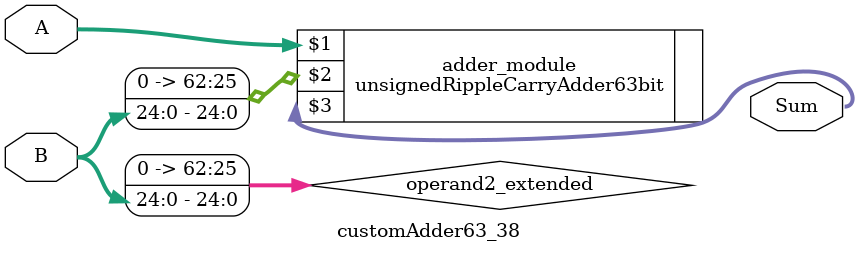
<source format=v>
module customAdder63_38(
                        input [62 : 0] A,
                        input [24 : 0] B,
                        
                        output [63 : 0] Sum
                );

        wire [62 : 0] operand2_extended;
        
        assign operand2_extended =  {38'b0, B};
        
        unsignedRippleCarryAdder63bit adder_module(
            A,
            operand2_extended,
            Sum
        );
        
        endmodule
        
</source>
